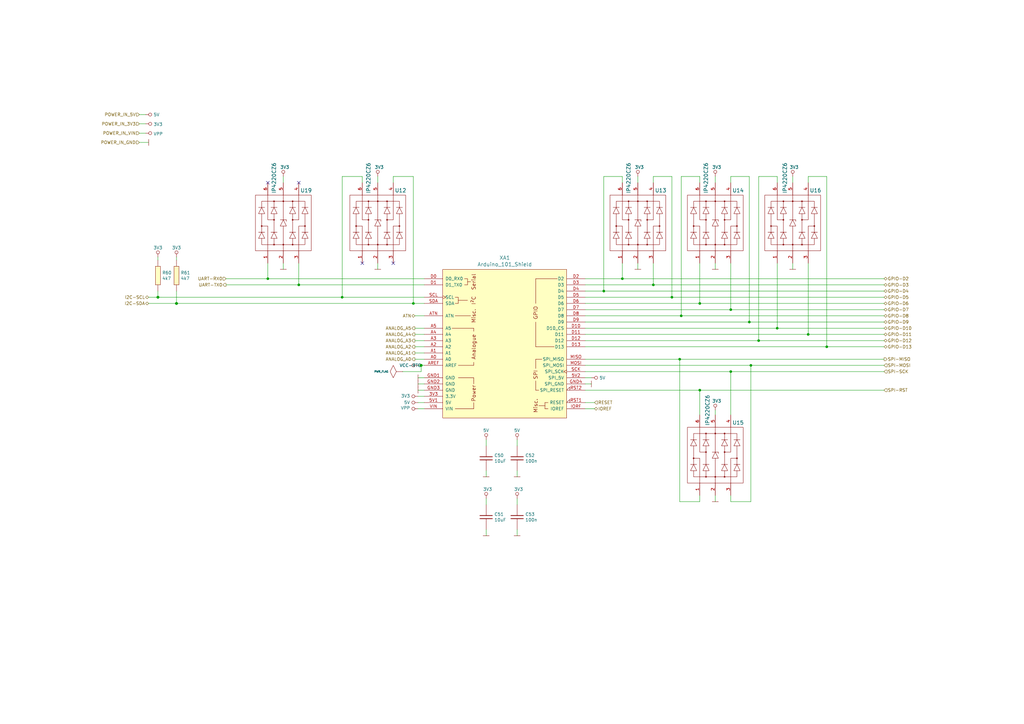
<source format=kicad_sch>
(kicad_sch (version 20211123) (generator eeschema)
  (paper "A3")
  (title_block (title "Arduino Shield Module") (date "2020-12-20") (rev "V1.0") (company "Embedded System Module"))
  (lib_symbols
    (symbol "Capacitors_Smd0402:100nF" (pin_numbers hide) (pin_names (offset 1.016) hide)
      (property "Reference" "C" (at 2.54 2.54 0))
      (property "Value" "100nF" (at 7.62 -2.54 0))
      (symbol "100nF_1_1"
        (polyline (pts (xy 2.54 -0.635) (xy -2.54 -0.635) (xy -2.54 -0.635)) (stroke (width 0.3048)))
        (polyline (pts (xy 2.54 0.635) (xy -2.54 0.635) (xy -2.54 0.635)) (stroke (width 0.3048)))
        (pin passive line (at 0 5.08 270) (length 4.4704) (name "~") (number "1"))
        (pin passive line (at 0 -5.08 90) (length 4.4704) (name "~") (number "2"))
      )
    )
    (symbol "Capacitors_Smd0603:10uF" (pin_numbers hide) (pin_names (offset 1.016) hide)
      (property "Reference" "C" (at -3.81 0 90))
      (property "Value" "10uF" (at 3.81 0 90))
      (symbol "10uF_1_1"
        (polyline (pts (xy 2.54 -0.635) (xy -2.54 -0.635) (xy -2.54 -0.635)) (stroke (width 0.3048)))
        (polyline (pts (xy 2.54 0.635) (xy -2.54 0.635) (xy -2.54 0.635)) (stroke (width 0.3048)))
        (pin passive line (at 0 5.08 270) (length 4.4704) (name "~") (number "1"))
        (pin passive line (at 0 -5.08 90) (length 4.4704) (name "~") (number "2"))
      )
    )
    (symbol "Resistors_Smd0603:4k7" (pin_numbers hide) (pin_names (offset 1.016))
      (property "Reference" "R" (at 2.54 0 90))
      (property "Value" "4k7" (at -2.54 0 90))
      (symbol "4k7_1_1"
        (rectangle (start -1.016 3.81) (end 1.016 -3.81) (fill (type background)))
        (pin passive line (at 0 6.35 270) (length 2.54) (name "~") (number "1"))
        (pin passive line (at 0 -6.35 90) (length 2.54) (name "~") (number "2"))
      )
    )
    (symbol "arduino:Arduino_101_Shield" (pin_names (offset 1.016))
      (property "Reference" "XA" (at 2.54 0 90))
      (property "Value" "Arduino_101_Shield" (at -2.54 0 90))
      (symbol "Arduino_101_Shield_0_0"
        (rectangle (start -25.4 30.48) (end 25.4 -30.48) (fill (type background)))
        (rectangle (start -20.32 -26.67) (end -12.7 -26.67))
        (rectangle (start -19.05 -13.97) (end -12.7 -13.97))
        (polyline (pts (xy -19.05 17.78) (xy -15.24 17.78)))
        (polyline (pts (xy -15.24 25.4) (xy -13.97 25.4)))
        (polyline (pts (xy -13.97 11.43) (xy -20.32 11.43)))
        (polyline (pts (xy -12.7 -26.67) (xy -12.7 -24.13)))
        (polyline (pts (xy -12.7 -15.24) (xy -12.7 -16.51)))
        (polyline (pts (xy -12.7 -13.97) (xy -12.7 -15.24)))
        (polyline (pts (xy -12.7 -7.62) (xy -12.7 -8.89) (xy -19.05 -8.89)))
        (polyline (pts (xy -12.7 5.08) (xy -12.7 6.35) (xy -21.59 6.35)))
        (polyline (pts (xy 12.7 8.89) (xy 12.7 -1.27) (xy 20.32 -1.27)))
        (polyline (pts (xy 12.7 16.51) (xy 12.7 26.67) (xy 21.59 26.67)))
        (polyline (pts (xy -20.32 19.05) (xy -19.05 19.05) (xy -19.05 16.51) (xy -20.32 16.51)))
        (polyline (pts (xy -16.51 26.67) (xy -15.24 26.67) (xy -15.24 24.13) (xy -16.51 24.13)))
        (rectangle (start 12.7 -19.05) (end 12.7 -15.24))
        (rectangle (start 12.7 -10.16) (end 12.7 -6.35))
        (rectangle (start 13.97 -19.05) (end 12.7 -19.05))
        (rectangle (start 15.24 -6.35) (end 12.7 -6.35))
        (rectangle (start 16.51 -25.4) (end 13.97 -25.4))
        (rectangle (start 16.51 -24.13) (end 16.51 -26.67))
        (rectangle (start 17.78 -26.67) (end 16.51 -26.67))
        (rectangle (start 17.78 -24.13) (end 16.51 -24.13))
        (text "Analogue" (at -12.7 -1.27 900) (effects (font (size 1.524 1.524))))
        (text "I²C" (at -12.7 17.78 900) (effects (font (size 1.524 1.524))))
        (text "Misc." (at -12.7 11.43 900) (effects (font (size 1.524 1.524))))
        (text "Misc." (at 12.7 -25.4 900) (effects (font (size 1.524 1.524))))
        (text "Power" (at -12.7 -20.32 900) (effects (font (size 1.524 1.524))))
        (text "Serial" (at -12.7 25.4 900) (effects (font (size 1.524 1.524))))
        (text "SPI" (at 12.7 -12.7 900) (effects (font (size 1.524 1.524))))
      )
      (symbol "Arduino_101_Shield_1_0"
        (text "GPIO" (at 12.7 12.7 900) (effects (font (size 1.524 1.524))))
      )
      (symbol "Arduino_101_Shield_1_1"
        (pin power_in line (at -33.02 -21.59 0) (length 7.62) (name "3.3V") (number "3V3"))
        (pin power_in line (at -33.02 -24.13 0) (length 7.62) (name "5V") (number "5V1"))
        (pin power_in line (at 33.02 -13.97 180) (length 7.62) (name "SPI_5V") (number "5V2"))
        (pin bidirectional line (at -33.02 -6.35 0) (length 7.62) (name "A0") (number "A0"))
        (pin bidirectional line (at -33.02 -3.81 0) (length 7.62) (name "A1") (number "A1"))
        (pin bidirectional line (at -33.02 -1.27 0) (length 7.62) (name "A2") (number "A2"))
        (pin bidirectional line (at -33.02 1.27 0) (length 7.62) (name "A3") (number "A3"))
        (pin bidirectional line (at -33.02 3.81 0) (length 7.62) (name "A4") (number "A4"))
        (pin bidirectional line (at -33.02 6.35 0) (length 7.62) (name "A5") (number "A5"))
        (pin input line (at -33.02 -8.89 0) (length 7.62) (name "AREF") (number "AREF"))
        (pin bidirectional line (at -33.02 11.43 0) (length 7.62) (name "ATN") (number "ATN"))
        (pin bidirectional line (at -33.02 26.67 0) (length 7.62) (name "D0_RX0") (number "D0"))
        (pin bidirectional line (at -33.02 24.13 0) (length 7.62) (name "D1_TX0") (number "D1"))
        (pin bidirectional line (at 33.02 6.35 180) (length 7.62) (name "D10_CS") (number "D10"))
        (pin bidirectional line (at 33.02 3.81 180) (length 7.62) (name "D11") (number "D11"))
        (pin bidirectional line (at 33.02 1.27 180) (length 7.62) (name "D12") (number "D12"))
        (pin bidirectional line (at 33.02 -1.27 180) (length 7.62) (name "D13") (number "D13"))
        (pin bidirectional line (at 33.02 26.67 180) (length 7.62) (name "D2") (number "D2"))
        (pin bidirectional line (at 33.02 24.13 180) (length 7.62) (name "D3") (number "D3"))
        (pin bidirectional line (at 33.02 21.59 180) (length 7.62) (name "D4") (number "D4"))
        (pin bidirectional line (at 33.02 19.05 180) (length 7.62) (name "D5") (number "D5"))
        (pin bidirectional line (at 33.02 16.51 180) (length 7.62) (name "D6") (number "D6"))
        (pin bidirectional line (at 33.02 13.97 180) (length 7.62) (name "D7") (number "D7"))
        (pin bidirectional line (at 33.02 11.43 180) (length 7.62) (name "D8") (number "D8"))
        (pin bidirectional line (at 33.02 8.89 180) (length 7.62) (name "D9") (number "D9"))
        (pin power_in line (at -33.02 -13.97 0) (length 7.62) (name "GND") (number "GND1"))
        (pin power_in line (at -33.02 -16.51 0) (length 7.62) (name "GND") (number "GND2"))
        (pin power_in line (at -33.02 -19.05 0) (length 7.62) (name "GND") (number "GND3"))
        (pin power_in line (at 33.02 -16.51 180) (length 7.62) (name "SPI_GND") (number "GND4"))
        (pin output line (at 33.02 -26.67 180) (length 7.62) (name "IOREF") (number "IORF"))
        (pin input line (at 33.02 -6.35 180) (length 7.62) (name "SPI_MISO") (number "MISO"))
        (pin output line (at 33.02 -8.89 180) (length 7.62) (name "SPI_MOSI") (number "MOSI"))
        (pin input input_low (at 33.02 -24.13 180) (length 7.62) (name "RESET") (number "RST1"))
        (pin open_collector input_low (at 33.02 -19.05 180) (length 7.62) (name "SPI_RESET") (number "RST2"))
        (pin output clock (at 33.02 -11.43 180) (length 7.62) (name "SPI_SCK") (number "SCK"))
        (pin bidirectional clock (at -33.02 19.05 0) (length 7.62) (name "SCL") (number "SCL"))
        (pin bidirectional line (at -33.02 16.51 0) (length 7.62) (name "SDA") (number "SDA"))
        (pin power_in line (at -33.02 -26.67 0) (length 7.62) (name "VIN") (number "VIN"))
      )
    )
    (symbol "esd_protectors:IP4220CZ6" (pin_names (offset 1.016) hide)
      (property "Reference" "U" (at 0 25.4 0))
      (property "Value" "IP4220CZ6" (at 0 22.86 0))
      (symbol "IP4220CZ6_0_1"
        (rectangle (start -11.43 11.43) (end 11.43 -11.43))
        (circle (center -8.89 -1.27) (radius 0.127))
        (circle (center -8.89 -1.27) (radius 0.254))
        (circle (center -3.81 -8.89) (radius 0.127))
        (circle (center -3.81 -8.89) (radius 0.254))
        (circle (center -3.81 1.27) (radius 0.127))
        (circle (center -3.81 1.27) (radius 0.254))
        (circle (center -3.81 8.89) (radius 0.127))
        (circle (center -3.81 8.89) (radius 0.254))
        (circle (center 0 -8.89) (radius 0.127))
        (circle (center 0 -8.89) (radius 0.254))
        (polyline (pts (xy -8.89 3.81) (xy -8.89 -3.81)))
        (polyline (pts (xy -7.62 -3.81) (xy -10.16 -3.81)))
        (polyline (pts (xy -7.62 6.35) (xy -10.16 6.35)))
        (polyline (pts (xy -3.81 -6.35) (xy -3.81 -8.89)))
        (polyline (pts (xy -3.81 -3.81) (xy -3.81 3.81)))
        (polyline (pts (xy -3.81 6.35) (xy -3.81 8.89)))
        (polyline (pts (xy -2.54 -3.81) (xy -5.08 -3.81)))
        (polyline (pts (xy -2.54 6.35) (xy -5.08 6.35)))
        (polyline (pts (xy 0 -8.89) (xy 0 -11.43)))
        (polyline (pts (xy 0 -1.27) (xy 0 -8.89)))
        (polyline (pts (xy 0 1.27) (xy 0 8.89)))
        (polyline (pts (xy 0 8.89) (xy 0 11.43)))
        (polyline (pts (xy 1.27 1.27) (xy -1.27 1.27)))
        (polyline (pts (xy 1.27 1.27) (xy 1.27 0.635)))
        (polyline (pts (xy 3.81 -6.35) (xy 3.81 -8.89)))
        (polyline (pts (xy 3.81 3.81) (xy 3.81 -3.81)))
        (polyline (pts (xy 3.81 6.35) (xy 3.81 8.89)))
        (polyline (pts (xy 5.08 -3.81) (xy 2.54 -3.81)))
        (polyline (pts (xy 5.08 6.35) (xy 2.54 6.35)))
        (polyline (pts (xy 8.89 3.81) (xy 8.89 -3.81)))
        (polyline (pts (xy 10.16 -3.81) (xy 7.62 -3.81)))
        (polyline (pts (xy 10.16 6.35) (xy 7.62 6.35)))
        (polyline (pts (xy -8.89 -1.27) (xy -6.35 -1.27) (xy -6.35 -11.43)))
        (polyline (pts (xy -3.81 1.27) (xy -6.35 1.27) (xy -6.35 11.43)))
        (polyline (pts (xy 3.81 1.27) (xy 6.35 1.27) (xy 6.35 11.43)))
        (polyline (pts (xy 8.89 -1.27) (xy 6.35 -1.27) (xy 6.35 -11.43)))
        (polyline (pts (xy -8.89 -6.35) (xy -8.89 -8.89) (xy 8.89 -8.89) (xy 8.89 -6.35)))
        (polyline (pts (xy -8.89 -3.81) (xy -10.16 -6.35) (xy -7.62 -6.35) (xy -8.89 -3.81)))
        (polyline (pts (xy -8.89 6.35) (xy -10.16 3.81) (xy -7.62 3.81) (xy -8.89 6.35)))
        (polyline (pts (xy -3.81 -3.81) (xy -5.08 -6.35) (xy -2.54 -6.35) (xy -3.81 -3.81)))
        (polyline (pts (xy -3.81 6.35) (xy -5.08 3.81) (xy -2.54 3.81) (xy -3.81 6.35)))
        (polyline (pts (xy 0 1.27) (xy -1.27 -1.27) (xy 1.27 -1.27) (xy 0 1.27)))
        (polyline (pts (xy 3.81 -3.81) (xy 2.54 -6.35) (xy 5.08 -6.35) (xy 3.81 -3.81)))
        (polyline (pts (xy 3.81 6.35) (xy 2.54 3.81) (xy 5.08 3.81) (xy 3.81 6.35)))
        (polyline (pts (xy 8.89 -3.81) (xy 7.62 -6.35) (xy 10.16 -6.35) (xy 8.89 -3.81)))
        (polyline (pts (xy 8.89 6.35) (xy 7.62 3.81) (xy 10.16 3.81) (xy 8.89 6.35)))
        (polyline (pts (xy 8.89 6.35) (xy 8.89 8.89) (xy -8.89 8.89) (xy -8.89 6.35)))
        (circle (center 0 8.89) (radius 0.127))
        (circle (center 0 8.89) (radius 0.254))
        (circle (center 3.81 -8.89) (radius 0.127))
        (circle (center 3.81 -8.89) (radius 0.254))
        (circle (center 3.81 1.27) (radius 0.127))
        (circle (center 3.81 1.27) (radius 0.254))
        (circle (center 3.81 8.89) (radius 0.127))
        (circle (center 3.81 8.89) (radius 0.254))
        (circle (center 8.89 -1.27) (radius 0.127))
        (circle (center 8.89 -1.27) (radius 0.254))
      )
      (symbol "IP4220CZ6_1_1"
        (pin input line (at -6.35 -16.51 90) (length 5.08) (name "I/O1") (number "1"))
        (pin power_in line (at 0 -16.51 90) (length 5.08) (name "GND") (number "2"))
        (pin input line (at 6.35 -16.51 90) (length 5.08) (name "I/O2") (number "3"))
        (pin input line (at 6.35 16.51 270) (length 5.08) (name "I/O3") (number "4"))
        (pin power_in line (at 0 16.51 270) (length 5.08) (name "Vp") (number "5"))
        (pin input line (at -6.35 16.51 270) (length 5.08) (name "I/O4") (number "6"))
      )
    )
    (symbol "power:3V3_NO_GLOBAL" (pin_names (offset 0))
      (property "Value" "3V3_NO_GLOBAL" (at 0 3.81 0))
      (symbol "3V3_NO_GLOBAL_0_0"
        (pin power_in line (at 0 0 90) (length 0) hide (name "3V3") (number "1"))
      )
      (symbol "3V3_NO_GLOBAL_0_1"
        (polyline (pts (xy 0 1.27) (xy 0 0)))
        (circle (center 0 1.905) (radius 0.635))
      )
    )
    (symbol "power:5V_NO_GLOBAL" (pin_names (offset 0))
      (property "Value" "5V_NO_GLOBAL" (at 0 3.81 0))
      (symbol "5V_NO_GLOBAL_0_0"
        (pin power_in line (at 0 0 90) (length 0) hide (name "5V") (number "1"))
      )
      (symbol "5V_NO_GLOBAL_0_1"
        (polyline (pts (xy 0 1.27) (xy 0 0)))
        (circle (center 0 1.905) (radius 0.635))
      )
    )
    (symbol "power:AVCC" (power) (pin_names (offset 1.016))
      (property "Value" "AVCC" (at 0 3.81 0))
      (symbol "AVCC_1_0"
        (pin power_in line (at 0 0 90) (length 0) hide (name "VCC-RTC") (number "1"))
      )
      (symbol "AVCC_1_1"
        (polyline (pts (xy 0 1.27) (xy 0 0)))
        (circle (center 0 1.905) (radius 0.635))
      )
    )
    (symbol "power:GND" (power) (pin_names (offset 0))
      (symbol "GND_0_1"
        (polyline (pts (xy -1.27 0) (xy 1.27 0)))
      )
      (symbol "GND_1_1"
        (pin power_in line (at 0 0 180) (length 0) hide (name "GND") (number "1"))
      )
    )
    (symbol "power:PWR_FLAG" (power) (pin_numbers hide) (pin_names (offset 0) hide)
      (property "Value" "PWR_FLAG" (at 0 5.842 0))
      (symbol "PWR_FLAG_0_0"
        (pin power_out line (at 0 0 90) (length 0) (name "pwr") (number "1"))
      )
      (symbol "PWR_FLAG_0_1"
        (polyline (pts (xy 0 0) (xy 0 2.54) (xy 0 2.54)))
        (polyline (pts (xy 0 2.54) (xy -2.54 3.81) (xy 0 5.08) (xy 2.54 3.81) (xy 0 2.54)))
      )
    )
    (symbol "power:VPP" (power) (pin_names (offset 0))
      (property "Value" "VPP" (at 0 3.81 0))
      (symbol "VPP_0_0"
        (pin power_in line (at 0 0 90) (length 0) hide (name "VPP") (number "1"))
      )
      (symbol "VPP_0_1"
        (polyline (pts (xy 0 1.27) (xy 0 0)))
        (circle (center 0 1.905) (radius 0.635))
      )
    )
  )
  (junction (at 109.855 114.3))
  (junction (at 307.975 149.86))
  (junction (at 278.765 147.32))
  (junction (at 267.97 116.84))
  (junction (at 169.545 124.46))
  (junction (at 299.72 152.4))
  (junction (at 275.59 121.92))
  (junction (at 172.72 149.86) (diameter 1.016))
  (junction (at 287.02 160.02))
  (junction (at 311.15 139.7))
  (junction (at 255.27 114.3))
  (junction (at 318.77 134.62))
  (junction (at 122.555 116.84))
  (junction (at 339.09 142.24))
  (junction (at 64.77 121.92) (diameter 1.016))
  (junction (at 299.72 127))
  (junction (at 287.02 124.46))
  (junction (at 140.335 121.92))
  (junction (at 307.34 132.08))
  (junction (at 72.39 124.46) (diameter 1.016))
  (junction (at 279.4 129.54))
  (junction (at 331.47 137.16))
  (junction (at 247.65 119.38))
  (no_connect (at 122.555 74.93))
  (no_connect (at 109.855 74.93))
  (no_connect (at 161.29 107.95))
  (no_connect (at 148.59 107.95))
  (wire (pts (xy 173.99 160.02) (xy 171.45 160.02)))
  (wire (pts (xy 173.99 154.94) (xy 171.45 154.94)))
  (wire (pts (xy 172.72 152.4) (xy 165.1 152.4)))
  (wire (pts (xy 325.12 72.39) (xy 325.12 74.93)))
  (wire (pts (xy 287.02 205.74) (xy 278.765 205.74)))
  (wire (pts (xy 240.03 152.4) (xy 299.72 152.4)))
  (wire (pts (xy 299.72 74.93) (xy 299.72 72.39)))
  (wire (pts (xy 169.545 72.39) (xy 169.545 124.46)))
  (wire (pts (xy 154.94 72.39) (xy 154.94 74.93)))
  (wire (pts (xy 240.03 119.38) (xy 247.65 119.38)))
  (wire (pts (xy 261.62 107.95) (xy 261.62 110.49)))
  (wire (pts (xy 240.03 127) (xy 299.72 127)))
  (wire (pts (xy 122.555 116.84) (xy 173.99 116.84)))
  (wire (pts (xy 173.99 149.86) (xy 172.72 149.86)))
  (wire (pts (xy 307.975 149.86) (xy 362.585 149.86)))
  (wire (pts (xy 255.27 72.39) (xy 247.65 72.39)))
  (wire (pts (xy 173.99 137.16) (xy 170.18 137.16)))
  (wire (pts (xy 247.65 119.38) (xy 362.585 119.38)))
  (wire (pts (xy 59.69 46.99) (xy 57.15 46.99)))
  (wire (pts (xy 212.09 217.17) (xy 212.09 219.71)))
  (wire (pts (xy 161.29 74.93) (xy 161.29 72.39)))
  (wire (pts (xy 278.765 147.32) (xy 362.585 147.32)))
  (wire (pts (xy 267.97 72.39) (xy 275.59 72.39)))
  (wire (pts (xy 287.02 160.02) (xy 362.585 160.02)))
  (wire (pts (xy 172.72 149.86) (xy 172.72 152.4)))
  (wire (pts (xy 109.855 107.95) (xy 109.855 114.3)))
  (wire (pts (xy 299.72 203.2) (xy 299.72 205.74)))
  (wire (pts (xy 72.39 105.41) (xy 72.39 106.68)))
  (wire (pts (xy 240.03 142.24) (xy 339.09 142.24)))
  (wire (pts (xy 64.77 121.92) (xy 60.96 121.92)))
  (wire (pts (xy 199.39 193.04) (xy 199.39 195.58)))
  (wire (pts (xy 279.4 129.54) (xy 362.585 129.54)))
  (wire (pts (xy 307.975 205.74) (xy 307.975 149.86)))
  (wire (pts (xy 172.72 149.86) (xy 171.45 149.86)))
  (wire (pts (xy 240.03 160.02) (xy 287.02 160.02)))
  (wire (pts (xy 293.37 72.39) (xy 293.37 74.93)))
  (wire (pts (xy 59.69 54.61) (xy 57.15 54.61)))
  (wire (pts (xy 299.72 127) (xy 362.585 127)))
  (wire (pts (xy 240.03 167.64) (xy 243.84 167.64)))
  (wire (pts (xy 279.4 72.39) (xy 279.4 129.54)))
  (wire (pts (xy 255.27 74.93) (xy 255.27 72.39)))
  (wire (pts (xy 116.205 72.39) (xy 116.205 74.93)))
  (wire (pts (xy 318.77 74.93) (xy 318.77 72.39)))
  (wire (pts (xy 64.77 119.38) (xy 64.77 121.92)))
  (wire (pts (xy 293.37 203.2) (xy 293.37 205.74)))
  (wire (pts (xy 116.205 107.95) (xy 116.205 110.49)))
  (wire (pts (xy 140.335 72.39) (xy 140.335 121.92)))
  (wire (pts (xy 331.47 107.95) (xy 331.47 137.16)))
  (wire (pts (xy 212.09 193.04) (xy 212.09 195.58)))
  (wire (pts (xy 173.99 162.56) (xy 171.45 162.56)))
  (wire (pts (xy 173.99 165.1) (xy 171.45 165.1)))
  (wire (pts (xy 240.03 154.94) (xy 242.57 154.94)))
  (wire (pts (xy 212.09 204.47) (xy 212.09 207.01)))
  (wire (pts (xy 287.02 203.2) (xy 287.02 205.74)))
  (wire (pts (xy 240.03 147.32) (xy 278.765 147.32)))
  (wire (pts (xy 331.47 72.39) (xy 339.09 72.39)))
  (wire (pts (xy 240.03 121.92) (xy 275.59 121.92)))
  (wire (pts (xy 72.39 119.38) (xy 72.39 124.46)))
  (wire (pts (xy 173.99 142.24) (xy 170.18 142.24)))
  (wire (pts (xy 255.27 107.95) (xy 255.27 114.3)))
  (wire (pts (xy 122.555 107.95) (xy 122.555 116.84)))
  (wire (pts (xy 287.02 160.02) (xy 287.02 170.18)))
  (wire (pts (xy 240.03 149.86) (xy 307.975 149.86)))
  (wire (pts (xy 318.77 134.62) (xy 362.585 134.62)))
  (wire (pts (xy 325.12 107.95) (xy 325.12 110.49)))
  (wire (pts (xy 173.99 144.78) (xy 170.18 144.78)))
  (wire (pts (xy 57.15 58.42) (xy 60.96 58.42)))
  (wire (pts (xy 278.765 147.32) (xy 278.765 205.74)))
  (wire (pts (xy 311.15 72.39) (xy 311.15 139.7)))
  (wire (pts (xy 293.37 168.275) (xy 293.37 170.18)))
  (wire (pts (xy 299.72 205.74) (xy 307.975 205.74)))
  (wire (pts (xy 307.34 132.08) (xy 362.585 132.08)))
  (wire (pts (xy 339.09 142.24) (xy 362.585 142.24)))
  (wire (pts (xy 173.99 139.7) (xy 170.18 139.7)))
  (wire (pts (xy 287.02 72.39) (xy 279.4 72.39)))
  (wire (pts (xy 92.71 114.3) (xy 109.855 114.3)))
  (wire (pts (xy 59.69 50.8) (xy 57.15 50.8)))
  (wire (pts (xy 255.27 114.3) (xy 362.585 114.3)))
  (wire (pts (xy 339.09 72.39) (xy 339.09 142.24)))
  (wire (pts (xy 299.72 152.4) (xy 299.72 170.18)))
  (wire (pts (xy 173.99 134.62) (xy 170.18 134.62)))
  (wire (pts (xy 267.97 74.93) (xy 267.97 72.39)))
  (wire (pts (xy 148.59 74.93) (xy 148.59 72.39)))
  (wire (pts (xy 293.37 107.95) (xy 293.37 110.49)))
  (wire (pts (xy 240.03 114.3) (xy 255.27 114.3)))
  (wire (pts (xy 199.39 204.47) (xy 199.39 207.01)))
  (wire (pts (xy 307.34 72.39) (xy 307.34 132.08)))
  (wire (pts (xy 267.97 116.84) (xy 362.585 116.84)))
  (wire (pts (xy 267.97 107.95) (xy 267.97 116.84)))
  (wire (pts (xy 331.47 74.93) (xy 331.47 72.39)))
  (wire (pts (xy 240.03 165.1) (xy 243.84 165.1)))
  (wire (pts (xy 173.99 129.54) (xy 170.18 129.54)))
  (wire (pts (xy 299.72 107.95) (xy 299.72 127)))
  (wire (pts (xy 240.03 157.48) (xy 242.57 157.48)))
  (wire (pts (xy 261.62 72.39) (xy 261.62 74.93)))
  (wire (pts (xy 331.47 137.16) (xy 362.585 137.16)))
  (wire (pts (xy 212.09 180.34) (xy 212.09 182.88)))
  (wire (pts (xy 287.02 107.95) (xy 287.02 124.46)))
  (wire (pts (xy 240.03 129.54) (xy 279.4 129.54)))
  (wire (pts (xy 169.545 124.46) (xy 173.99 124.46)))
  (wire (pts (xy 154.94 107.95) (xy 154.94 110.49)))
  (wire (pts (xy 161.29 72.39) (xy 169.545 72.39)))
  (wire (pts (xy 72.39 124.46) (xy 60.96 124.46)))
  (wire (pts (xy 64.77 121.92) (xy 140.335 121.92)))
  (wire (pts (xy 199.39 217.17) (xy 199.39 219.71)))
  (wire (pts (xy 240.03 116.84) (xy 267.97 116.84)))
  (wire (pts (xy 240.03 137.16) (xy 331.47 137.16)))
  (wire (pts (xy 173.99 147.32) (xy 170.18 147.32)))
  (wire (pts (xy 72.39 124.46) (xy 169.545 124.46)))
  (wire (pts (xy 247.65 72.39) (xy 247.65 119.38)))
  (wire (pts (xy 287.02 124.46) (xy 362.585 124.46)))
  (wire (pts (xy 275.59 121.92) (xy 362.585 121.92)))
  (wire (pts (xy 92.71 116.84) (xy 122.555 116.84)))
  (wire (pts (xy 199.39 180.34) (xy 199.39 182.88)))
  (wire (pts (xy 299.72 152.4) (xy 362.585 152.4)))
  (wire (pts (xy 240.03 124.46) (xy 287.02 124.46)))
  (wire (pts (xy 109.855 114.3) (xy 173.99 114.3)))
  (wire (pts (xy 240.03 134.62) (xy 318.77 134.62)))
  (wire (pts (xy 240.03 139.7) (xy 311.15 139.7)))
  (wire (pts (xy 173.99 167.64) (xy 171.45 167.64)))
  (wire (pts (xy 140.335 121.92) (xy 173.99 121.92)))
  (wire (pts (xy 64.77 105.41) (xy 64.77 106.68)))
  (wire (pts (xy 275.59 72.39) (xy 275.59 121.92)))
  (wire (pts (xy 287.02 74.93) (xy 287.02 72.39)))
  (wire (pts (xy 318.77 107.95) (xy 318.77 134.62)))
  (wire (pts (xy 148.59 72.39) (xy 140.335 72.39)))
  (wire (pts (xy 311.15 139.7) (xy 362.585 139.7)))
  (wire (pts (xy 171.45 157.48) (xy 173.99 157.48)))
  (wire (pts (xy 299.72 72.39) (xy 307.34 72.39)))
  (wire (pts (xy 318.77 72.39) (xy 311.15 72.39)))
  (wire (pts (xy 240.03 132.08) (xy 307.34 132.08)))
  (hierarchical_label "SPI-MISO" (shape output) (at 362.585 147.32 0))
  (hierarchical_label "GPIO-D9" (shape bidirectional) (at 362.585 132.08 0))
  (hierarchical_label "GPIO-D12" (shape bidirectional) (at 362.585 139.7 0))
  (hierarchical_label "ANALOG_A3" (shape output) (at 170.18 139.7 180))
  (hierarchical_label "POWER_IN_GND" (shape input) (at 57.15 58.42 180))
  (hierarchical_label "SPI-MOSI" (shape input) (at 362.585 149.86 0))
  (hierarchical_label "GPIO-D8" (shape bidirectional) (at 362.585 129.54 0))
  (hierarchical_label "SPI-SCK" (shape input) (at 362.585 152.4 0))
  (hierarchical_label "UART-TX0" (shape output) (at 92.71 116.84 180))
  (hierarchical_label "POWER_IN_VIN" (shape input) (at 57.15 54.61 180))
  (hierarchical_label "ANALOG_A0" (shape output) (at 170.18 147.32 180))
  (hierarchical_label "GPIO-D4" (shape bidirectional) (at 362.585 119.38 0))
  (hierarchical_label "POWER_IN_3V3" (shape input) (at 57.15 50.8 180))
  (hierarchical_label "GPIO-D13" (shape bidirectional) (at 362.585 142.24 0))
  (hierarchical_label "ANALOG_A4" (shape output) (at 170.18 137.16 180))
  (hierarchical_label "RESET" (shape input) (at 243.84 165.1 0))
  (hierarchical_label "GPIO-D11" (shape bidirectional) (at 362.585 137.16 0))
  (hierarchical_label "POWER_IN_5V" (shape input) (at 57.15 46.99 180))
  (hierarchical_label "IOREF" (shape bidirectional) (at 243.84 167.64 0))
  (hierarchical_label "SPI-RST" (shape input) (at 362.585 160.02 0))
  (hierarchical_label "I2C-SCL" (shape bidirectional) (at 60.96 121.92 180))
  (hierarchical_label "ANALOG_A1" (shape output) (at 170.18 144.78 180))
  (hierarchical_label "ANALOG_A2" (shape output) (at 170.18 142.24 180))
  (hierarchical_label "GPIO-D5" (shape bidirectional) (at 362.585 121.92 0))
  (hierarchical_label "GPIO-D2" (shape bidirectional) (at 362.585 114.3 0))
  (hierarchical_label "GPIO-D3" (shape bidirectional) (at 362.585 116.84 0))
  (hierarchical_label "I2C-SDA" (shape bidirectional) (at 60.96 124.46 180))
  (hierarchical_label "GPIO-D7" (shape bidirectional) (at 362.585 127 0))
  (hierarchical_label "GPIO-D6" (shape bidirectional) (at 362.585 124.46 0))
  (hierarchical_label "ATN" (shape bidirectional) (at 170.18 129.54 180))
  (hierarchical_label "ANALOG_A5" (shape output) (at 170.18 134.62 180))
  (hierarchical_label "GPIO-D10" (shape bidirectional) (at 362.585 134.62 0))
  (hierarchical_label "UART-RX0" (shape input) (at 92.71 114.3 180))
  (symbol (lib_id "arduino:Arduino_101_Shield") (at 207.01 140.97 0) (unit 1)
    (property "Reference" "XA1" (at 207.01 105.7402 0) (effects (font (size 1.524 1.524))))
    (property "Value" "Arduino_101_Shield" (at 207.01 108.4326 0) (effects (font (size 1.524 1.524))))
    (property "Footprint" "Arduino:Arduino_101_Shield" (effects hide))
  )
  (symbol (lib_id "power:PWR_FLAG") (at 165.1 152.4 90) (unit 1)
    (property "Reference" "#FLG0105" (effects hide))
    (property "Value" "PWR_FLAG" (at 159.3088 152.4 90) (effects (font (size 0.762 0.762)) (justify left)))
  )
  (symbol (lib_id "Resistors_Smd0603:4k7") (at 64.77 113.03 0) (unit 1)
    (property "Reference" "R60" (at 66.4972 111.8616 0) (effects (justify left)))
    (property "Value" "4k7" (at 66.4972 114.173 0) (effects (justify left)))
    (property "Footprint" "Resistor_Smd_0603:4k7_0603" (effects hide))
    (property "Datasheet" "Resistors/Smd_0603/Components_Documentation/Vishay_Resistors_SM0603.pdf" (effects hide))
    (property "Manufacturer" "ROYAL OHM" (effects hide))
    (property "Manufacturer Part Number" "0603SAF4701T5E" (effects hide))
    (property "Supplier" "TME" (effects hide))
    (property "Supplier Part Number" "	SMD0603-4K7-1%" (effects hide))
    (property "URL" "https://www.tme.eu/pl/details/smd0603-4k7-1%2525/rezystory-smd-0603/royal-ohm/0603saf4701t5e/" (effects hide))
    (property "Price@1pc" "0,04698" (effects hide))
    (property "Price@1000pcs" "0,01271" (effects hide))
    (property "Package" "0603" (effects hide))
  )
  (symbol (lib_id "power:3V3_NO_GLOBAL") (at 64.77 105.41 0) (unit 1)
    (property "Reference" "#PWR201" (effects hide))
    (property "Value" "3V3" (at 64.77 101.6 0))
  )
  (symbol (lib_id "Resistors_Smd0603:4k7") (at 72.39 113.03 0) (unit 1)
    (property "Reference" "R61" (at 74.1172 111.8616 0) (effects (justify left)))
    (property "Value" "4k7" (at 74.1172 114.173 0) (effects (justify left)))
    (property "Footprint" "Resistor_Smd_0603:4k7_0603" (effects hide))
    (property "Datasheet" "Resistors/Smd_0603/Components_Documentation/Vishay_Resistors_SM0603.pdf" (effects hide))
    (property "Manufacturer" "ROYAL OHM" (effects hide))
    (property "Manufacturer Part Number" "0603SAF4701T5E" (effects hide))
    (property "Supplier" "TME" (effects hide))
    (property "Supplier Part Number" "	SMD0603-4K7-1%" (effects hide))
    (property "URL" "https://www.tme.eu/pl/details/smd0603-4k7-1%2525/rezystory-smd-0603/royal-ohm/0603saf4701t5e/" (effects hide))
    (property "Price@1pc" "0,04698" (effects hide))
    (property "Price@1000pcs" "0,01271" (effects hide))
    (property "Package" "0603" (effects hide))
  )
  (symbol (lib_id "power:3V3_NO_GLOBAL") (at 72.39 105.41 0) (unit 1)
    (property "Reference" "#PWR202" (effects hide))
    (property "Value" "3V3" (at 72.39 101.6 0))
  )
  (symbol (lib_id "power:5V_NO_GLOBAL") (at 171.45 165.1 90) (unit 1)
    (property "Reference" "#PWR95" (effects hide))
    (property "Value" "5V" (at 168.1988 165.0746 90) (effects (justify left)))
  )
  (symbol (lib_id "power:GND") (at 171.45 160.02 270) (unit 1)
    (property "Reference" "#PWR0139" (effects hide))
    (property "Value" "GND" (effects hide))
  )
  (symbol (lib_id "power:GND") (at 171.45 157.48 270) (unit 1)
    (property "Reference" "#PWR0153" (effects hide))
    (property "Value" "GND" (effects hide))
  )
  (symbol (lib_id "power:GND") (at 171.45 154.94 270) (unit 1)
    (property "Reference" "#PWR0154" (effects hide))
    (property "Value" "GND" (effects hide))
  )
  (symbol (lib_id "power:3V3_NO_GLOBAL") (at 171.45 162.56 90) (unit 1)
    (property "Reference" "#PWR94" (effects hide))
    (property "Value" "3V3" (at 168.1988 162.3822 90) (effects (justify left)))
  )
  (symbol (lib_id "power:VPP") (at 171.45 167.64 90) (unit 1)
    (property "Reference" "#PWR0155" (effects hide))
    (property "Value" "VPP" (at 168.1988 167.3352 90) (effects (justify left)))
  )
  (symbol (lib_id "power:AVCC") (at 171.45 149.86 90) (unit 1)
    (property "Reference" "#PWR0156" (effects hide))
    (property "Value" "AVCC" (at 163.83 149.86 90) (effects (justify right)))
  )
  (symbol (lib_id "power:5V_NO_GLOBAL") (at 59.69 46.99 270) (unit 1)
    (property "Reference" "#PWR92" (effects hide))
    (property "Value" "5V" (at 62.9412 47.0154 90) (effects (justify left)))
  )
  (symbol (lib_id "power:GND") (at 60.96 58.42 90) (unit 1)
    (property "Reference" "#PWR0157" (effects hide))
    (property "Value" "GND" (effects hide))
  )
  (symbol (lib_id "power:3V3_NO_GLOBAL") (at 59.69 50.8 270) (unit 1)
    (property "Reference" "#PWR93" (effects hide))
    (property "Value" "3V3" (at 62.9412 50.9778 90) (effects (justify left)))
  )
  (symbol (lib_id "power:VPP") (at 59.69 54.61 270) (unit 1)
    (property "Reference" "#PWR0158" (effects hide))
    (property "Value" "VPP" (at 62.9412 54.9148 90) (effects (justify left)))
  )
  (symbol (lib_id "power:5V_NO_GLOBAL") (at 242.57 154.94 270) (unit 1)
    (property "Reference" "#PWR96" (effects hide))
    (property "Value" "5V" (at 245.8212 154.9654 90) (effects (justify left)))
  )
  (symbol (lib_id "power:GND") (at 242.57 157.48 90) (unit 1)
    (property "Reference" "#PWR0159" (effects hide))
    (property "Value" "GND" (effects hide))
  )
  (symbol (lib_id "Capacitors_Smd0603:10uF") (at 199.39 187.96 0) (unit 1)
    (property "Reference" "C50" (at 202.7174 186.7916 0) (effects (justify left)))
    (property "Value" "10uF" (at 202.7174 189.103 0) (effects (justify left)))
    (property "Footprint" "Capacitors_Smd_0603:10uF_10V_0603" (effects hide))
    (property "Datasheet" "https://www.tme.eu/Document/08070be221b22b3ff38fe1f90e5753ee/C0603C106M9PACTU.pdf" (effects hide))
    (property "Manufacturer" "KEMET" (effects hide))
    (property "Manufacturer Part Number" "C0603C106M9PACTU" (effects hide))
    (property "Supplier" "TME" (effects hide))
    (property "Supplier Part Number" "C0603C106M9PAC" (effects hide))
    (property "URL" "https://www.tme.eu/pl/details/c0603c106m9pac/kondensatory-mlcc-smd-0603/kemet/c0603c106m9pactu/" (effects hide))
    (property "Price@1pc" "0,81309" (effects hide))
    (property "Price@1000pcs" "0,20713" (effects hide))
    (property "Developer" "MW" (effects hide))
    (property "Package" "0603" (effects hide))
    (property "LCSC Part # (optional)" "C162265" (effects hide))
  )
  (symbol (lib_id "Capacitors_Smd0402:100nF") (at 212.09 187.96 0) (unit 1)
    (property "Reference" "C52" (at 215.4174 186.7916 0) (effects (justify left)))
    (property "Value" "100n" (at 215.4174 189.103 0) (effects (justify left)))
    (property "Footprint" "Capacitors_Smd_0402:100nF_0402" (effects hide))
    (property "Datasheet" "https://www.tme.eu/Document/558f361ed82994aff5a3e7789d970dd1/GRM155R71H104KE14-01.pdf" (effects hide))
    (property "Manufacturer" "Murata" (effects hide))
    (property "Manufacturer Part Number" "GRM155R71H104KE14D" (effects hide))
    (property "Supplier" "Tme" (effects hide))
    (property "Supplier Part Number" "GRM155R71H104KE14D" (effects hide))
    (property "URL" "https://www.tme.eu/pl/details/grm155r71h104ke14d/kondensatory-mlcc-smd-0402/murata/" (effects hide))
    (property "Price@1pc" "0,07091" (effects hide))
    (property "Price@1000pcs" "0,03299" (effects hide))
    (property "Package" "0402" (effects hide))
    (property "Developer" "MW" (effects hide))
    (property "Package_1" "0402" (effects hide))
    (property "LCSC Part # (optional)" "C131394" (effects hide))
  )
  (symbol (lib_id "power:GND") (at 199.39 195.58 0) (unit 1)
    (property "Reference" "#PWR0160" (effects hide))
    (property "Value" "GND" (effects hide))
  )
  (symbol (lib_id "power:GND") (at 212.09 195.58 0) (unit 1)
    (property "Reference" "#PWR0161" (effects hide))
    (property "Value" "GND" (effects hide))
  )
  (symbol (lib_id "power:5V_NO_GLOBAL") (at 199.39 180.34 0) (unit 1)
    (property "Reference" "#PWR97" (effects hide))
    (property "Value" "5V" (at 198.12 176.53 0) (effects (justify left)))
  )
  (symbol (lib_id "power:5V_NO_GLOBAL") (at 212.09 180.34 0) (unit 1)
    (property "Reference" "#PWR99" (effects hide))
    (property "Value" "5V" (at 210.82 176.53 0) (effects (justify left)))
  )
  (symbol (lib_id "Capacitors_Smd0603:10uF") (at 199.39 212.09 0) (unit 1)
    (property "Reference" "C51" (at 202.7174 210.9216 0) (effects (justify left)))
    (property "Value" "10uF" (at 202.7174 213.233 0) (effects (justify left)))
    (property "Footprint" "Capacitors_Smd_0603:10uF_10V_0603" (effects hide))
    (property "Datasheet" "https://www.tme.eu/Document/08070be221b22b3ff38fe1f90e5753ee/C0603C106M9PACTU.pdf" (effects hide))
    (property "Manufacturer" "KEMET" (effects hide))
    (property "Manufacturer Part Number" "C0603C106M9PACTU" (effects hide))
    (property "Supplier" "TME" (effects hide))
    (property "Supplier Part Number" "C0603C106M9PAC" (effects hide))
    (property "URL" "https://www.tme.eu/pl/details/c0603c106m9pac/kondensatory-mlcc-smd-0603/kemet/c0603c106m9pactu/" (effects hide))
    (property "Price@1pc" "0,81309" (effects hide))
    (property "Price@1000pcs" "0,20713" (effects hide))
    (property "Developer" "MW" (effects hide))
    (property "Package" "0603" (effects hide))
    (property "LCSC Part # (optional)" "C162265" (effects hide))
  )
  (symbol (lib_id "Capacitors_Smd0402:100nF") (at 212.09 212.09 0) (unit 1)
    (property "Reference" "C53" (at 215.4174 210.9216 0) (effects (justify left)))
    (property "Value" "100n" (at 215.4174 213.233 0) (effects (justify left)))
    (property "Footprint" "Capacitors_Smd_0402:100nF_0402" (effects hide))
    (property "Datasheet" "https://www.tme.eu/Document/558f361ed82994aff5a3e7789d970dd1/GRM155R71H104KE14-01.pdf" (effects hide))
    (property "Manufacturer" "Murata" (effects hide))
    (property "Manufacturer Part Number" "GRM155R71H104KE14D" (effects hide))
    (property "Supplier" "Tme" (effects hide))
    (property "Supplier Part Number" "GRM155R71H104KE14D" (effects hide))
    (property "URL" "https://www.tme.eu/pl/details/grm155r71h104ke14d/kondensatory-mlcc-smd-0402/murata/" (effects hide))
    (property "Price@1pc" "0,07091" (effects hide))
    (property "Price@1000pcs" "0,03299" (effects hide))
    (property "Package" "0402" (effects hide))
    (property "Developer" "MW" (effects hide))
    (property "Package_1" "0402" (effects hide))
    (property "LCSC Part # (optional)" "C131394" (effects hide))
  )
  (symbol (lib_id "power:GND") (at 199.39 219.71 0) (unit 1)
    (property "Reference" "#PWR0162" (effects hide))
    (property "Value" "GND" (effects hide))
  )
  (symbol (lib_id "power:GND") (at 212.09 219.71 0) (unit 1)
    (property "Reference" "#PWR0163" (effects hide))
    (property "Value" "GND" (effects hide))
  )
  (symbol (lib_id "power:3V3_NO_GLOBAL") (at 199.39 204.47 0) (unit 1)
    (property "Reference" "#PWR98" (effects hide))
    (property "Value" "3V3" (at 198.12 200.66 0) (effects (justify left)))
  )
  (symbol (lib_id "power:3V3_NO_GLOBAL") (at 212.09 204.47 0) (unit 1)
    (property "Reference" "#PWR100" (effects hide))
    (property "Value" "3V3" (at 210.82 200.66 0) (effects (justify left)))
  )
  (symbol (lib_id "power:GND") (at 116.205 110.49 0) (unit 1)
    (property "Reference" "#PWR0225" (effects hide))
    (property "Value" "GND" (effects hide))
  )
  (symbol (lib_id "power:GND") (at 293.37 205.74 0) (unit 1)
    (property "Reference" "#PWR0218" (effects hide))
    (property "Value" "GND" (effects hide))
  )
  (symbol (lib_id "power:3V3_NO_GLOBAL") (at 325.12 72.39 0) (unit 1)
    (property "Reference" "#PWR229" (effects hide))
    (property "Value" "3V3" (at 323.85 68.58 0) (effects (justify left)))
  )
  (symbol (lib_id "esd_protectors:IP4220CZ6") (at 325.12 91.44 0) (unit 1)
    (property "Reference" "U16" (at 332.105 78.105 0) (effects (font (size 1.524 1.524)) (justify left)))
    (property "Value" "IP4220CZ6" (at 321.945 79.375 90) (effects (font (size 1.524 1.524)) (justify left)))
    (property "Footprint" "ESD_Protectors:IP4220CZ6_SOT457" (effects hide))
    (property "Datasheet" "https://www.tme.eu/Document/8d0df3f4f949e8290c51efff41085b51/IP4220CZ6.pdf" (effects hide))
    (property "Manufacturer" "NEXPERIA" (effects hide))
    (property "Manufacturer Part Number" "IP4220CZ6.125" (effects hide))
    (property "Supplier" "TME" (effects hide))
    (property "Supplier Part Number" "IP4220CZ6" (effects hide))
    (property "URL" "https://www.tme.eu/pl/details/ip4220cz6/diody-zabezpieczajace-drabinki/nexperia/ip4220cz6-125/" (effects hide))
    (property "Price@1pc" "0,8592" (effects hide))
    (property "Price@1000pcs" "0,3364" (effects hide))
    (property "Developer" "MW" (effects hide))
    (property "Package" "SOT-457" (effects hide))
    (property "LCSC Part #(optional)" "C2687127" (effects hide))
  )
  (symbol (lib_id "power:3V3_NO_GLOBAL") (at 116.205 72.39 0) (unit 1)
    (property "Reference" "#PWR232" (effects hide))
    (property "Value" "3V3" (at 114.935 68.58 0) (effects (justify left)))
  )
  (symbol (lib_id "esd_protectors:IP4220CZ6") (at 293.37 91.44 0) (unit 1)
    (property "Reference" "U14" (at 300.355 78.105 0) (effects (font (size 1.524 1.524)) (justify left)))
    (property "Value" "IP4220CZ6" (at 289.56 79.375 90) (effects (font (size 1.524 1.524)) (justify left)))
    (property "Footprint" "ESD_Protectors:IP4220CZ6_SOT457" (effects hide))
    (property "Datasheet" "https://www.tme.eu/Document/8d0df3f4f949e8290c51efff41085b51/IP4220CZ6.pdf" (effects hide))
    (property "Manufacturer" "NEXPERIA" (effects hide))
    (property "Manufacturer Part Number" "IP4220CZ6.125" (effects hide))
    (property "Supplier" "TME" (effects hide))
    (property "Supplier Part Number" "IP4220CZ6" (effects hide))
    (property "URL" "https://www.tme.eu/pl/details/ip4220cz6/diody-zabezpieczajace-drabinki/nexperia/ip4220cz6-125/" (effects hide))
    (property "Price@1pc" "0,8592" (effects hide))
    (property "Price@1000pcs" "0,3364" (effects hide))
    (property "Developer" "MW" (effects hide))
    (property "Package" "SOT-457" (effects hide))
    (property "LCSC Part #(optional)" "C2687127" (effects hide))
  )
  (symbol (lib_id "power:GND") (at 325.12 110.49 0) (unit 1)
    (property "Reference" "#PWR0221" (effects hide))
    (property "Value" "GND" (effects hide))
  )
  (symbol (lib_id "esd_protectors:IP4220CZ6") (at 116.205 91.44 0) (unit 1)
    (property "Reference" "U19" (at 123.19 78.105 0) (effects (font (size 1.524 1.524)) (justify left)))
    (property "Value" "IP4220CZ6" (at 112.395 79.375 90) (effects (font (size 1.524 1.524)) (justify left)))
    (property "Footprint" "ESD_Protectors:IP4220CZ6_SOT457" (effects hide))
    (property "Datasheet" "https://www.tme.eu/Document/8d0df3f4f949e8290c51efff41085b51/IP4220CZ6.pdf" (effects hide))
    (property "Manufacturer" "NEXPERIA" (effects hide))
    (property "Manufacturer Part Number" "IP4220CZ6.125" (effects hide))
    (property "Supplier" "TME" (effects hide))
    (property "Supplier Part Number" "IP4220CZ6" (effects hide))
    (property "URL" "https://www.tme.eu/pl/details/ip4220cz6/diody-zabezpieczajace-drabinki/nexperia/ip4220cz6-125/" (effects hide))
    (property "Price@1pc" "0,8592" (effects hide))
    (property "Price@1000pcs" "0,3364" (effects hide))
    (property "Developer" "MW" (effects hide))
    (property "Package" "SOT-457" (effects hide))
    (property "LCSC Part #(optional)" "C2687127" (effects hide))
  )
  (symbol (lib_id "power:3V3_NO_GLOBAL") (at 154.94 72.39 0) (unit 1)
    (property "Reference" "#PWR225" (effects hide))
    (property "Value" "3V3" (at 153.67 68.58 0) (effects (justify left)))
  )
  (symbol (lib_id "power:GND") (at 293.37 110.49 0) (unit 1)
    (property "Reference" "#PWR0219" (effects hide))
    (property "Value" "GND" (effects hide))
  )
  (symbol (lib_id "esd_protectors:IP4220CZ6") (at 293.37 186.69 0) (unit 1)
    (property "Reference" "U15" (at 300.355 173.355 0) (effects (font (size 1.524 1.524)) (justify left)))
    (property "Value" "IP4220CZ6" (at 290.195 174.625 90) (effects (font (size 1.524 1.524)) (justify left)))
    (property "Footprint" "ESD_Protectors:IP4220CZ6_SOT457" (effects hide))
    (property "Datasheet" "https://www.tme.eu/Document/8d0df3f4f949e8290c51efff41085b51/IP4220CZ6.pdf" (effects hide))
    (property "Manufacturer" "NEXPERIA" (effects hide))
    (property "Manufacturer Part Number" "IP4220CZ6.125" (effects hide))
    (property "Supplier" "TME" (effects hide))
    (property "Supplier Part Number" "IP4220CZ6" (effects hide))
    (property "URL" "https://www.tme.eu/pl/details/ip4220cz6/diody-zabezpieczajace-drabinki/nexperia/ip4220cz6-125/" (effects hide))
    (property "Price@1pc" "0,8592" (effects hide))
    (property "Price@1000pcs" "0,3364" (effects hide))
    (property "Developer" "MW" (effects hide))
    (property "Package" "SOT-457" (effects hide))
    (property "LCSC Part #(optional)" "C2687127" (effects hide))
  )
  (symbol (lib_id "esd_protectors:IP4220CZ6") (at 154.94 91.44 0) (unit 1)
    (property "Reference" "U12" (at 161.925 78.105 0) (effects (font (size 1.524 1.524)) (justify left)))
    (property "Value" "IP4220CZ6" (at 151.13 79.375 90) (effects (font (size 1.524 1.524)) (justify left)))
    (property "Footprint" "ESD_Protectors:IP4220CZ6_SOT457" (effects hide))
    (property "Datasheet" "https://www.tme.eu/Document/8d0df3f4f949e8290c51efff41085b51/IP4220CZ6.pdf" (effects hide))
    (property "Manufacturer" "NEXPERIA" (effects hide))
    (property "Manufacturer Part Number" "IP4220CZ6.125" (effects hide))
    (property "Supplier" "TME" (effects hide))
    (property "Supplier Part Number" "IP4220CZ6" (effects hide))
    (property "URL" "https://www.tme.eu/pl/details/ip4220cz6/diody-zabezpieczajace-drabinki/nexperia/ip4220cz6-125/" (effects hide))
    (property "Price@1pc" "0,8592" (effects hide))
    (property "Price@1000pcs" "0,3364" (effects hide))
    (property "Developer" "MW" (effects hide))
    (property "Package" "SOT-457" (effects hide))
    (property "LCSC Part #(optional)" "C2687127" (effects hide))
  )
  (symbol (lib_id "power:3V3_NO_GLOBAL") (at 261.62 72.39 0) (unit 1)
    (property "Reference" "#PWR226" (effects hide))
    (property "Value" "3V3" (at 260.35 68.58 0) (effects (justify left)))
  )
  (symbol (lib_id "esd_protectors:IP4220CZ6") (at 261.62 91.44 0) (unit 1)
    (property "Reference" "U13" (at 268.605 78.105 0) (effects (font (size 1.524 1.524)) (justify left)))
    (property "Value" "IP4220CZ6" (at 257.81 79.375 90) (effects (font (size 1.524 1.524)) (justify left)))
    (property "Footprint" "ESD_Protectors:IP4220CZ6_SOT457" (effects hide))
    (property "Datasheet" "https://www.tme.eu/Document/8d0df3f4f949e8290c51efff41085b51/IP4220CZ6.pdf" (effects hide))
    (property "Manufacturer" "NEXPERIA" (effects hide))
    (property "Manufacturer Part Number" "IP4220CZ6.125" (effects hide))
    (property "Supplier" "TME" (effects hide))
    (property "Supplier Part Number" "IP4220CZ6" (effects hide))
    (property "URL" "https://www.tme.eu/pl/details/ip4220cz6/diody-zabezpieczajace-drabinki/nexperia/ip4220cz6-125/" (effects hide))
    (property "Price@1pc" "0,8592" (effects hide))
    (property "Price@1000pcs" "0,3364" (effects hide))
    (property "Developer" "MW" (effects hide))
    (property "Package" "SOT-457" (effects hide))
    (property "LCSC Part #(optional)" "C2687127" (effects hide))
  )
  (symbol (lib_id "power:3V3_NO_GLOBAL") (at 293.37 168.275 0) (unit 1)
    (property "Reference" "#PWR228" (effects hide))
    (property "Value" "3V3" (at 292.1 164.465 0) (effects (justify left)))
  )
  (symbol (lib_id "power:GND") (at 154.94 110.49 0) (unit 1)
    (property "Reference" "#PWR0222" (effects hide))
    (property "Value" "GND" (effects hide))
  )
  (symbol (lib_id "power:3V3_NO_GLOBAL") (at 293.37 72.39 0) (unit 1)
    (property "Reference" "#PWR227" (effects hide))
    (property "Value" "3V3" (at 292.1 68.58 0) (effects (justify left)))
  )
  (symbol (lib_id "power:GND") (at 261.62 110.49 0) (unit 1)
    (property "Reference" "#PWR0220" (effects hide))
    (property "Value" "GND" (effects hide))
  )
)
</source>
